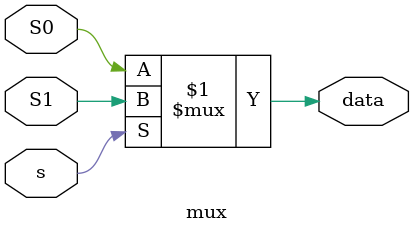
<source format=sv>
module mux (
    input logic S1,
    input logic S0,
    input logic s,
    output logic data
);

assign data = s ? S1: S0;


endmodule

</source>
